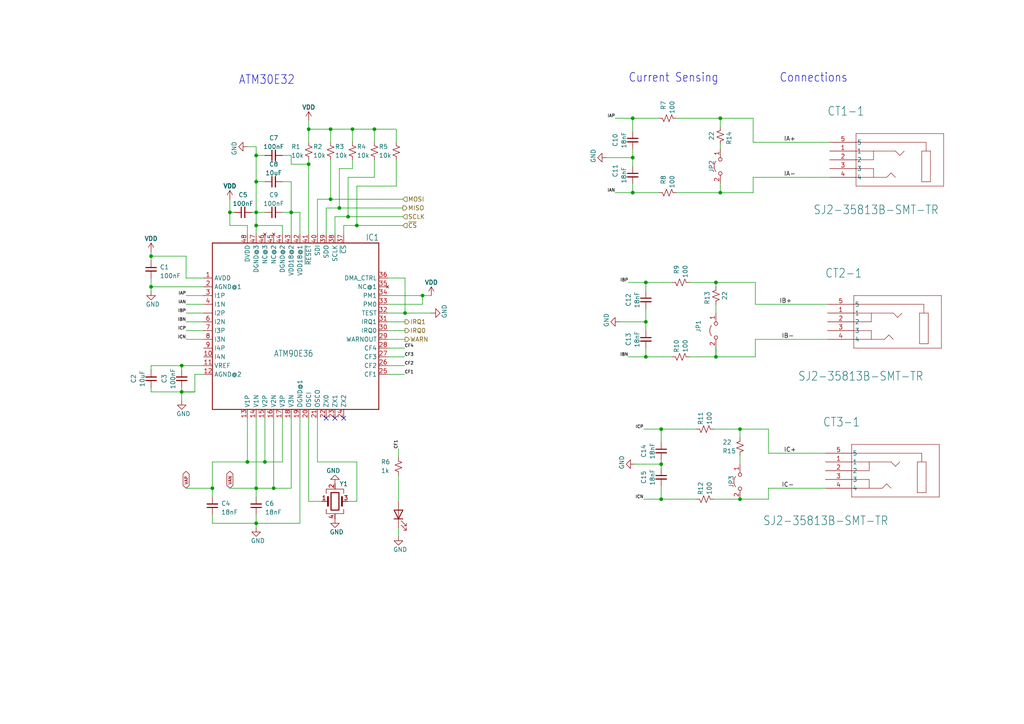
<source format=kicad_sch>
(kicad_sch (version 20230121) (generator eeschema)
  (paper "A4")
  (junction (at 122.555 85.725))
  (junction (at 191.77 124.46))
  (junction (at 71.755 133.985))
  (junction (at 103.505 65.405))
  (junction (at 89.535 47.625))
  (junction (at 74.295 141.605))
  (junction (at 98.425 60.325))
  (junction (at 95.885 57.785))
  (junction (at 207.645 103.505))
  (junction (at 207.645 81.915))
  (junction (at 187.325 81.915))
  (junction (at 43.815 83.185))
  (junction (at 102.235 37.465))
  (junction (at 66.675 61.595))
  (junction (at 183.515 45.72))
  (junction (at 183.515 34.29))
  (junction (at 108.585 37.465))
  (junction (at 74.295 151.765))
  (junction (at 84.455 61.595))
  (junction (at 208.915 34.29))
  (junction (at 52.705 113.665))
  (junction (at 74.295 45.085))
  (junction (at 117.475 90.805))
  (junction (at 208.915 55.88))
  (junction (at 191.77 144.78))
  (junction (at 191.77 134.62))
  (junction (at 52.705 106.045))
  (junction (at 61.595 141.605))
  (junction (at 214.63 144.78))
  (junction (at 187.325 93.345))
  (junction (at 214.63 124.46))
  (junction (at 74.295 52.705))
  (junction (at 183.515 55.88))
  (junction (at 100.965 62.865))
  (junction (at 95.885 37.465))
  (junction (at 89.535 37.465))
  (junction (at 79.375 141.605))
  (junction (at 76.835 133.985))
  (junction (at 43.815 74.295))
  (junction (at 74.295 65.405))
  (junction (at 187.325 103.505))
  (junction (at 74.295 61.595))
  (no_connect (at 99.695 121.285))
  (no_connect (at 97.155 121.285))
  (no_connect (at 94.615 121.285))
  (wire (pts (xy 191.77 144.78) (xy 186.69 144.78)) (stroke (width 0.1524)))
  (wire (pts (xy 79.375 141.605) (xy 84.455 141.605)) (stroke (width 0.1524)))
  (wire (pts (xy 61.595 144.145) (xy 61.595 141.605)) (stroke (width 0.1524)))
  (wire (pts (xy 192.405 81.915) (xy 187.325 81.915)) (stroke (width 0.1524)))
  (wire (pts (xy 184.15 134.62) (xy 191.77 134.62)) (stroke (width 0.1524)))
  (wire (pts (xy 59.055 95.885) (xy 53.975 95.885)) (stroke (width 0.1524)))
  (wire (pts (xy 103.505 55.245) (xy 103.505 65.405)) (stroke (width 0.1524)))
  (wire (pts (xy 112.395 90.805) (xy 117.475 90.805)) (stroke (width 0.1524)))
  (wire (pts (xy 219.075 98.425) (xy 219.075 103.505)))
  (wire (pts (xy 71.755 42.545) (xy 74.295 42.545)))
  (wire (pts (xy 66.675 61.595) (xy 67.945 61.595)))
  (wire (pts (xy 239.395 131.445) (xy 234.315 131.445)) (stroke (width 0.1524)))
  (wire (pts (xy 187.325 93.345) (xy 187.325 89.535)))
  (wire (pts (xy 74.295 45.085) (xy 74.295 52.705)) (stroke (width 0.1524)))
  (wire (pts (xy 102.235 37.465) (xy 102.235 41.275)))
  (wire (pts (xy 102.235 46.355) (xy 102.235 48.895)))
  (wire (pts (xy 240.03 98.425) (xy 235.585 98.425)) (stroke (width 0.1524)))
  (wire (pts (xy 202.565 81.915) (xy 200.025 81.915)))
  (wire (pts (xy 84.455 47.625) (xy 89.535 47.625)) (stroke (width 0.1524)))
  (wire (pts (xy 194.945 103.505) (xy 192.405 103.505)))
  (wire (pts (xy 222.885 141.605) (xy 222.885 144.78)))
  (wire (pts (xy 114.935 37.465) (xy 108.585 37.465)))
  (wire (pts (xy 115.57 132.715) (xy 115.57 130.175)) (stroke (width 0.1524)))
  (wire (pts (xy 202.565 81.915) (xy 207.645 81.915)) (stroke (width 0.1524)))
  (wire (pts (xy 199.39 124.46) (xy 201.93 124.46)))
  (wire (pts (xy 222.885 124.46) (xy 217.17 124.46)))
  (wire (pts (xy 191.77 124.46) (xy 186.69 124.46)) (stroke (width 0.1524)))
  (wire (pts (xy 103.505 55.245) (xy 103.505 53.975)))
  (wire (pts (xy 66.675 65.405) (xy 71.755 65.405)) (stroke (width 0.1524)))
  (wire (pts (xy 115.57 137.795) (xy 115.57 142.875)))
  (wire (pts (xy 112.395 85.725) (xy 122.555 85.725)) (stroke (width 0.1524)))
  (wire (pts (xy 187.325 93.345) (xy 187.325 95.885)))
  (wire (pts (xy 208.915 34.29) (xy 208.915 36.83)))
  (wire (pts (xy 84.455 45.085) (xy 84.455 47.625)) (stroke (width 0.1524)))
  (wire (pts (xy 239.395 141.605) (xy 234.315 141.605)) (stroke (width 0.1524)))
  (wire (pts (xy 94.615 67.945) (xy 94.615 60.325)) (stroke (width 0.1524)))
  (wire (pts (xy 89.535 34.925) (xy 89.535 37.465)))
  (wire (pts (xy 56.515 108.585) (xy 56.515 113.665)) (stroke (width 0.1524)))
  (wire (pts (xy 183.515 34.29) (xy 183.515 38.1)) (stroke (width 0.1524)))
  (wire (pts (xy 114.935 46.355) (xy 114.935 53.975)))
  (wire (pts (xy 76.835 52.705) (xy 74.295 52.705)) (stroke (width 0.1524)))
  (wire (pts (xy 100.965 62.865) (xy 109.855 62.865)) (stroke (width 0.1524)))
  (wire (pts (xy 182.245 103.505) (xy 187.325 103.505)) (stroke (width 0.1524)))
  (wire (pts (xy 95.885 37.465) (xy 102.235 37.465)) (stroke (width 0.1524)))
  (wire (pts (xy 74.295 149.225) (xy 74.295 151.765)))
  (wire (pts (xy 115.57 142.875) (xy 115.57 145.415)) (stroke (width 0.1524)))
  (wire (pts (xy 202.565 103.505) (xy 207.645 103.505)) (stroke (width 0.1524)))
  (wire (pts (xy 112.395 98.425) (xy 117.475 98.425)) (stroke (width 0.1524)))
  (wire (pts (xy 108.585 41.275) (xy 108.585 37.465)))
  (wire (pts (xy 97.155 67.945) (xy 97.155 62.865)) (stroke (width 0.1524)))
  (wire (pts (xy 84.455 61.595) (xy 84.455 67.945)) (stroke (width 0.1524)))
  (wire (pts (xy 61.595 149.225) (xy 61.595 151.765)))
  (wire (pts (xy 74.295 65.405) (xy 81.915 65.405)) (stroke (width 0.1524)))
  (wire (pts (xy 74.295 61.595) (xy 74.295 65.405)) (stroke (width 0.1524)))
  (wire (pts (xy 97.155 62.865) (xy 100.965 62.865)) (stroke (width 0.1524)))
  (wire (pts (xy 207.01 144.78) (xy 214.63 144.78)))
  (wire (pts (xy 191.77 127) (xy 191.77 124.46)) (stroke (width 0.1524)))
  (wire (pts (xy 76.835 61.595) (xy 74.295 61.595)) (stroke (width 0.1524)))
  (wire (pts (xy 115.57 153.035) (xy 115.57 155.575)) (stroke (width 0.1524)))
  (wire (pts (xy 191.77 144.78) (xy 199.39 144.78)) (stroke (width 0.1524)))
  (wire (pts (xy 59.055 85.725) (xy 53.975 85.725)) (stroke (width 0.1524)))
  (wire (pts (xy 207.645 103.505) (xy 210.185 103.505)) (stroke (width 0.1524)))
  (wire (pts (xy 81.915 121.285) (xy 81.915 133.985)) (stroke (width 0.1524)))
  (wire (pts (xy 214.63 124.46) (xy 214.63 127)))
  (wire (pts (xy 74.295 151.765) (xy 86.995 151.765)) (stroke (width 0.1524)))
  (wire (pts (xy 89.535 47.625) (xy 89.535 67.945)) (stroke (width 0.1524)))
  (wire (pts (xy 100.965 51.435) (xy 108.585 51.435)))
  (wire (pts (xy 187.325 103.505) (xy 192.405 103.505)) (stroke (width 0.1524)))
  (wire (pts (xy 196.215 55.88) (xy 208.915 55.88)))
  (wire (pts (xy 175.895 45.72) (xy 183.515 45.72)) (stroke (width 0.1524)))
  (wire (pts (xy 207.645 90.805) (xy 207.645 88.265)))
  (wire (pts (xy 178.435 55.88) (xy 183.515 55.88)) (stroke (width 0.1524)))
  (wire (pts (xy 208.915 41.91) (xy 208.915 43.18)))
  (wire (pts (xy 234.315 131.445) (xy 222.885 131.445)))
  (wire (pts (xy 76.835 133.985) (xy 81.915 133.985)) (stroke (width 0.1524)))
  (wire (pts (xy 61.595 151.765) (xy 74.295 151.765)) (stroke (width 0.1524)))
  (wire (pts (xy 218.44 51.435) (xy 218.44 55.88)))
  (wire (pts (xy 112.395 100.965) (xy 117.3226 100.965)) (stroke (width 0.1524)))
  (wire (pts (xy 208.915 55.88) (xy 218.44 55.88)))
  (wire (pts (xy 52.705 113.665) (xy 56.515 113.665)) (stroke (width 0.1524)))
  (wire (pts (xy 53.975 80.645) (xy 59.055 80.645)))
  (wire (pts (xy 240.03 88.265) (xy 235.585 88.265)) (stroke (width 0.1524)))
  (wire (pts (xy 43.815 106.045) (xy 52.705 106.045)))
  (wire (pts (xy 95.885 57.785) (xy 109.855 57.785)) (stroke (width 0.1524)))
  (wire (pts (xy 53.975 74.295) (xy 53.975 80.645)))
  (wire (pts (xy 66.675 141.605) (xy 74.295 141.605)) (stroke (width 0.1524)))
  (wire (pts (xy 219.075 103.505) (xy 210.185 103.505)))
  (wire (pts (xy 112.395 93.345) (xy 117.475 93.345)) (stroke (width 0.1524)))
  (wire (pts (xy 43.815 74.295) (xy 43.815 75.565)))
  (wire (pts (xy 81.915 65.405) (xy 81.915 67.945)) (stroke (width 0.1524)))
  (wire (pts (xy 95.885 55.245) (xy 95.885 57.785)) (stroke (width 0.1524)))
  (wire (pts (xy 52.705 113.665) (xy 52.705 116.205)) (stroke (width 0.1524)))
  (wire (pts (xy 43.815 73.025) (xy 43.815 74.295)))
  (wire (pts (xy 183.515 55.88) (xy 188.595 55.88)) (stroke (width 0.1524)))
  (wire (pts (xy 183.515 34.29) (xy 188.595 34.29)) (stroke (width 0.1524)))
  (wire (pts (xy 94.615 60.325) (xy 98.425 60.325)) (stroke (width 0.1524)))
  (wire (pts (xy 43.815 113.665) (xy 43.815 112.395)))
  (wire (pts (xy 89.535 145.415) (xy 93.345 145.415)))
  (wire (pts (xy 108.585 37.465) (xy 103.505 37.465)))
  (wire (pts (xy 191.135 55.88) (xy 188.595 55.88)))
  (wire (pts (xy 191.77 134.62) (xy 191.77 135.89)))
  (wire (pts (xy 207.645 81.915) (xy 207.645 83.185)) (stroke (width 0.1524)))
  (wire (pts (xy 53.975 141.605) (xy 61.595 141.605)) (stroke (width 0.1524)))
  (wire (pts (xy 214.63 144.78) (xy 222.885 144.78)))
  (wire (pts (xy 222.885 131.445) (xy 222.885 124.46)))
  (wire (pts (xy 61.595 141.605) (xy 61.595 133.985)) (stroke (width 0.1524)))
  (wire (pts (xy 183.515 48.26) (xy 183.515 45.72)))
  (wire (pts (xy 76.835 45.085) (xy 74.295 45.085)) (stroke (width 0.1524)))
  (wire (pts (xy 102.235 37.465) (xy 103.505 37.465)) (stroke (width 0.1524)))
  (wire (pts (xy 86.995 121.285) (xy 86.995 151.765)) (stroke (width 0.1524)))
  (wire (pts (xy 102.235 48.895) (xy 98.425 48.895)))
  (wire (pts (xy 234.315 141.605) (xy 222.885 141.605)))
  (wire (pts (xy 43.815 83.185) (xy 43.815 84.455)))
  (wire (pts (xy 52.705 113.665) (xy 43.815 113.665)))
  (wire (pts (xy 52.705 106.045) (xy 59.055 106.045)))
  (wire (pts (xy 112.395 103.505) (xy 117.3226 103.505)) (stroke (width 0.1524)))
  (wire (pts (xy 191.77 127) (xy 191.77 128.27)))
  (wire (pts (xy 214.63 132.08) (xy 214.63 134.62)))
  (wire (pts (xy 187.325 83.185) (xy 187.325 84.455)))
  (wire (pts (xy 194.945 81.915) (xy 192.405 81.915)))
  (wire (pts (xy 74.295 52.705) (xy 74.295 61.595)) (stroke (width 0.1524)))
  (wire (pts (xy 74.295 153.035) (xy 74.295 151.765)))
  (wire (pts (xy 79.375 141.605) (xy 79.375 121.285)) (stroke (width 0.1524)))
  (wire (pts (xy 43.815 80.645) (xy 43.815 83.185)))
  (wire (pts (xy 103.505 65.405) (xy 109.855 65.405)) (stroke (width 0.1524)))
  (wire (pts (xy 207.01 124.46) (xy 209.55 124.46)))
  (wire (pts (xy 73.025 61.595) (xy 74.295 61.595)))
  (wire (pts (xy 109.855 60.325) (xy 116.84 60.325)))
  (wire (pts (xy 218.44 41.275) (xy 218.44 34.29)))
  (wire (pts (xy 209.55 124.46) (xy 214.63 124.46)) (stroke (width 0.1524)))
  (wire (pts (xy 191.77 124.46) (xy 199.39 124.46)) (stroke (width 0.1524)))
  (wire (pts (xy 71.755 121.285) (xy 71.755 133.985)) (stroke (width 0.1524)))
  (wire (pts (xy 95.885 46.355) (xy 95.885 55.245)))
  (wire (pts (xy 112.395 95.885) (xy 117.475 95.885)) (stroke (width 0.1524)))
  (wire (pts (xy 112.395 80.645) (xy 117.475 80.645)) (stroke (width 0.1524)))
  (wire (pts (xy 66.675 61.595) (xy 66.675 65.405)) (stroke (width 0.1524)))
  (wire (pts (xy 183.515 45.72) (xy 183.515 43.18)))
  (wire (pts (xy 99.695 67.945) (xy 99.695 65.405)) (stroke (width 0.1524)))
  (wire (pts (xy 84.455 61.595) (xy 86.995 61.595)) (stroke (width 0.1524)))
  (wire (pts (xy 218.44 34.29) (xy 211.455 34.29)))
  (wire (pts (xy 108.585 46.355) (xy 108.585 51.435)))
  (wire (pts (xy 235.585 51.435) (xy 218.44 51.435)))
  (wire (pts (xy 207.645 81.915) (xy 210.185 81.915)) (stroke (width 0.1524)))
  (wire (pts (xy 240.665 41.275) (xy 235.585 41.275)) (stroke (width 0.1524)))
  (wire (pts (xy 112.395 88.265) (xy 122.555 88.265)) (stroke (width 0.1524)))
  (wire (pts (xy 92.075 67.945) (xy 92.075 57.785)) (stroke (width 0.1524)))
  (wire (pts (xy 207.645 103.505) (xy 207.645 100.965)) (stroke (width 0.1524)))
  (wire (pts (xy 59.055 98.425) (xy 53.975 98.425)) (stroke (width 0.1524)))
  (wire (pts (xy 183.515 53.34) (xy 183.515 55.88)))
  (wire (pts (xy 109.855 65.405) (xy 116.84 65.405)))
  (wire (pts (xy 89.535 37.465) (xy 89.535 41.275)))
  (wire (pts (xy 122.555 85.725) (xy 125.095 85.725)) (stroke (width 0.1524)))
  (wire (pts (xy 240.665 51.435) (xy 235.585 51.435)) (stroke (width 0.1524)))
  (wire (pts (xy 98.425 48.895) (xy 98.425 55.245)))
  (wire (pts (xy 109.855 57.785) (xy 116.84 57.785)))
  (wire (pts (xy 92.075 57.785) (xy 95.885 57.785)) (stroke (width 0.1524)))
  (wire (pts (xy 56.515 108.585) (xy 59.055 108.585)) (stroke (width 0.1524)))
  (wire (pts (xy 52.705 113.665) (xy 56.515 113.665)))
  (wire (pts (xy 76.835 121.285) (xy 76.835 133.985)) (stroke (width 0.1524)))
  (wire (pts (xy 52.705 107.315) (xy 52.705 106.045)))
  (wire (pts (xy 178.435 34.29) (xy 183.515 34.29)) (stroke (width 0.1524)))
  (wire (pts (xy 61.595 133.985) (xy 71.755 133.985)) (stroke (width 0.1524)))
  (wire (pts (xy 122.555 88.265) (xy 122.555 85.725)) (stroke (width 0.1524)))
  (wire (pts (xy 191.77 140.97) (xy 191.77 142.24)))
  (wire (pts (xy 66.675 57.785) (xy 66.675 61.595)) (stroke (width 0.1524)))
  (wire (pts (xy 203.835 34.29) (xy 208.915 34.29)) (stroke (width 0.1524)))
  (wire (pts (xy 89.535 47.619) (xy 89.535 47.625)) (stroke (width 0.1524)))
  (wire (pts (xy 43.815 83.185) (xy 59.055 83.185)))
  (wire (pts (xy 86.995 61.595) (xy 86.995 67.945)) (stroke (width 0.1524)))
  (wire (pts (xy 179.705 93.345) (xy 187.325 93.345)) (stroke (width 0.1524)))
  (wire (pts (xy 81.915 45.085) (xy 84.455 45.085)))
  (wire (pts (xy 43.815 106.045) (xy 43.815 107.315)))
  (wire (pts (xy 43.815 74.295) (xy 53.975 74.295)))
  (wire (pts (xy 191.77 144.78) (xy 191.77 142.24)) (stroke (width 0.1524)))
  (wire (pts (xy 89.535 46.355) (xy 89.535 47.625)))
  (wire (pts (xy 235.585 41.275) (xy 218.44 41.275)))
  (wire (pts (xy 117.475 90.805) (xy 125.095 90.805)) (stroke (width 0.1524)))
  (wire (pts (xy 214.63 124.46) (xy 217.17 124.46)) (stroke (width 0.1524)))
  (wire (pts (xy 235.585 98.425) (xy 219.075 98.425)))
  (wire (pts (xy 112.395 106.045) (xy 117.3226 106.045)) (stroke (width 0.1524)))
  (wire (pts (xy 71.755 65.405) (xy 71.755 67.945)) (stroke (width 0.1524)))
  (wire (pts (xy 52.705 112.395) (xy 52.705 113.665)))
  (wire (pts (xy 59.055 93.345) (xy 53.975 93.345)) (stroke (width 0.1524)))
  (wire (pts (xy 89.535 37.465) (xy 95.885 37.465)) (stroke (width 0.1524)))
  (wire (pts (xy 84.455 52.705) (xy 84.455 61.595)))
  (wire (pts (xy 117.475 80.645) (xy 117.475 90.805)) (stroke (width 0.1524)))
  (wire (pts (xy 81.915 61.595) (xy 84.455 61.595)))
  (wire (pts (xy 187.325 81.915) (xy 187.325 83.185)) (stroke (width 0.1524)))
  (wire (pts (xy 81.915 52.705) (xy 84.455 52.705)))
  (wire (pts (xy 71.755 133.985) (xy 76.835 133.985)) (stroke (width 0.1524)))
  (wire (pts (xy 103.505 53.975) (xy 114.935 53.975)))
  (wire (pts (xy 199.39 144.78) (xy 201.93 144.78)))
  (wire (pts (xy 98.425 55.245) (xy 98.425 60.325)) (stroke (width 0.1524)))
  (wire (pts (xy 74.295 67.945) (xy 74.295 65.405)) (stroke (width 0.1524)))
  (wire (pts (xy 187.325 103.505) (xy 187.325 100.965)) (stroke (width 0.1524)))
  (wire (pts (xy 208.915 53.34) (xy 208.915 55.88)))
  (wire (pts (xy 219.075 81.915) (xy 210.185 81.915)))
  (wire (pts (xy 196.215 34.29) (xy 203.835 34.29)))
  (wire (pts (xy 100.965 55.245) (xy 100.965 51.435)))
  (wire (pts (xy 59.055 88.265) (xy 53.975 88.265)) (stroke (width 0.1524)))
  (wire (pts (xy 191.135 34.29) (xy 188.595 34.29)))
  (wire (pts (xy 219.075 88.265) (xy 219.075 81.915)))
  (wire (pts (xy 235.585 88.265) (xy 219.075 88.265)))
  (wire (pts (xy 59.055 90.805) (xy 53.975 90.805)) (stroke (width 0.1524)))
  (wire (pts (xy 100.965 55.245) (xy 100.965 62.865)) (stroke (width 0.1524)))
  (wire (pts (xy 74.295 121.285) (xy 74.295 141.605)) (stroke (width 0.1524)))
  (wire (pts (xy 74.295 141.605) (xy 79.375 141.605)) (stroke (width 0.1524)))
  (wire (pts (xy 95.885 37.465) (xy 95.885 41.275)))
  (wire (pts (xy 98.425 60.325) (xy 109.855 60.325)) (stroke (width 0.1524)))
  (wire (pts (xy 99.695 65.405) (xy 103.505 65.405)) (stroke (width 0.1524)))
  (wire (pts (xy 100.965 145.415) (xy 103.505 145.415)))
  (wire (pts (xy 202.565 103.505) (xy 200.025 103.505)))
  (wire (pts (xy 208.915 34.29) (xy 211.455 34.29)) (stroke (width 0.1524)))
  (wire (pts (xy 103.505 145.415) (xy 103.505 133.985)))
  (wire (pts (xy 112.395 108.585) (xy 117.3226 108.585)) (stroke (width 0.1524)))
  (wire (pts (xy 114.935 41.275) (xy 114.935 37.465)))
  (wire (pts (xy 74.295 141.605) (xy 74.295 144.145)) (stroke (width 0.1524)))
  (wire (pts (xy 103.505 133.985) (xy 92.075 133.985)))
  (wire (pts (xy 74.295 45.085) (xy 74.295 42.545)) (stroke (width 0.1524)))
  (wire (pts (xy 89.535 121.285) (xy 89.535 145.415)))
  (wire (pts (xy 84.455 141.605) (xy 84.455 121.285)) (stroke (width 0.1524)))
  (wire (pts (xy 109.855 62.865) (xy 116.84 62.865)))
  (wire (pts (xy 187.325 81.915) (xy 182.245 81.915)) (stroke (width 0.1524)))
  (wire (pts (xy 207.645 103.505) (xy 207.645 100.965)))
  (wire (pts (xy 92.075 133.985) (xy 92.075 121.285)))
  (wire (pts (xy 191.77 133.35) (xy 191.77 134.62)))
  (text "Current Sensing" (at 182.245 24.13 0) (effects (font (size 2.54 2.159)) (justify left bottom)))
  (text "Connections" (at 226.06 24.13 0) (effects (font (size 2.54 2.159)) (justify left bottom)))
  (text "ATM30E32" (at 69.215 24.765 0) (effects (font (size 2.54 2.159)) (justify left bottom)))
  (label "IA-" (at 227.33 51.435 0))
  (label "IAN" (at 53.975 88.265 180) (effects (font (size 0.889 0.889))))
  (label "IC-" (at 226.695 141.605 0))
  (label "CF2" (at 117.3226 106.045 0) (effects (font (size 0.889 0.889))))
  (label "IA+" (at 227.33 41.275 0))
  (label "ICN" (at 186.69 144.78 180) (effects (font (size 0.889 0.889))))
  (label "CF3" (at 117.3226 103.505 0) (effects (font (size 0.889 0.889))))
  (label "IBP" (at 53.975 90.805 180) (effects (font (size 0.889 0.889))))
  (label "IAP" (at 53.975 85.725 180) (effects (font (size 0.889 0.889))))
  (label "IB+" (at 226.06 88.265 0))
  (label "CF1" (at 115.57 130.175 90) (effects (font (size 0.889 0.889))))
  (label "IB-" (at 226.695 98.425 0))
  (label "CF4" (at 117.3226 100.965 0) (effects (font (size 0.889 0.889))))
  (label "ICP" (at 53.975 95.885 180) (effects (font (size 0.889 0.889))))
  (label "IAP" (at 178.435 34.29 180) (effects (font (size 0.889 0.889))))
  (label "IC+" (at 227.33 131.445 0))
  (label "IAN" (at 178.435 55.88 180) (effects (font (size 0.889 0.889))))
  (label "IBN" (at 53.975 93.345 180) (effects (font (size 0.889 0.889))))
  (label "CF1" (at 117.3226 108.585 0) (effects (font (size 0.889 0.889))))
  (label "IBP" (at 182.245 81.915 180) (effects (font (size 0.889 0.889))))
  (label "ICN" (at 53.975 98.425 180) (effects (font (size 0.889 0.889))))
  (label "ICP" (at 186.69 124.46 180) (effects (font (size 0.889 0.889))))
  (label "IBN" (at 182.245 103.505 180) (effects (font (size 0.889 0.889))))
  (global_label "VAN" (shape bidirectional) (at 66.675 141.605 90) (effects (font (size 0.889 0.889))) (property "Intersheetrefs" "${INTERSHEET_REFS}" (effects hide)))
  (global_label "VAP" (shape bidirectional) (at 53.975 141.605 90) (effects (font (size 0.889 0.889))) (property "Intersheetrefs" "${INTERSHEET_REFS}" (effects hide)))
  (hierarchical_label "MISO" (shape output) (at 116.84 60.325 0))
  (hierarchical_label "SCLK" (shape input) (at 116.84 62.865 0))
  (hierarchical_label "WARN" (shape output) (at 117.475 98.425 0))
  (hierarchical_label "MOSI" (shape input) (at 116.84 57.785 0))
  (hierarchical_label "IRQ1" (shape output) (at 117.475 93.345 0))
  (hierarchical_label "IRQ0" (shape output) (at 117.475 95.885 0))
  (hierarchical_label "~{CS}" (shape input) (at 116.84 65.405 0))
  (symbol (lib_id "Device:C_Small") (at 61.595 146.685 180) (unit 1)
    (property "Reference" "C4" (at 64.135 146.0436 0) (effects (justify right)))
    (property "Value" "18nF" (at 64.135 148.5836 0) (effects (justify right)))
    (property "Footprint" "Capacitor_SMD:C_0603_1608Metric" (effects hide))
    (property "Manufacturer" "Walsin Technology Corporation" (effects hide))
    (property "Manufacturer P/N" "0603B183K500CT" (effects hide))
    (property "Supplier" "Digikey" (effects hide))
    (property "Supplier P/N" "1292-1405-1-ND" (effects hide))
    (instances (project "24_channel_esp32_energy_meter" (path "" (reference "C4") (unit 1)) (path "" (reference "C28") (unit 1)) (path "" (reference "C43") (unit 1)) (path "" (reference "C58") (unit 1)) (path "" (reference "C73") (unit 1)) (path "" (reference "C88") (unit 1)) (path "" (reference "C103") (unit 1)) (path "" (reference "C118") (unit 1))))
  )
  (symbol (lib_id "Device:R_Small_US") (at 197.485 103.505 90) (mirror x) (unit 1)
    (property "Reference" "R10" (at 196.215 98.425 0) (effects (justify left)))
    (property "Value" "100" (at 198.755 98.425 0) (effects (justify left)))
    (property "Footprint" "Resistor_SMD:R_0603_1608Metric" (effects hide))
    (property "Manufacturer" "Walsin Technology Corporation" (effects hide))
    (property "Manufacturer P/N" "WR06X1000FTL" (effects hide))
    (property "Supplier" "Digikey" (effects hide))
    (property "Supplier P/N" "1292-WR06X1000FTLCT-ND" (effects hide))
    (instances (project "24_channel_esp32_energy_meter" (path "" (reference "R10") (unit 1)) (path "" (reference "R34") (unit 1)) (path "" (reference "R49") (unit 1)) (path "" (reference "R64") (unit 1)) (path "" (reference "R79") (unit 1)) (path "" (reference "R94") (unit 1)) (path "" (reference "R109") (unit 1)) (path "" (reference "R124") (unit 1))))
  )
  (symbol (lib_id "power:GND") (at 52.705 116.205 0) (unit 1)
    (property "Reference" "#PWR03" (effects hide))
    (property "Value" "GND" (at 55.245 120.015 0) (effects (justify right)))
    (instances (project "24_channel_esp32_energy_meter" (path "" (reference "#PWR03") (unit 1)) (path "" (reference "#PWR036") (unit 1)) (path "" (reference "#PWR051") (unit 1)) (path "" (reference "#PWR066") (unit 1)) (path "" (reference "#PWR081") (unit 1)) (path "" (reference "#PWR096") (unit 1)) (path "" (reference "#PWR0111") (unit 1)) (path "" (reference "#PWR0126") (unit 1))))
  )
  (symbol (lib_id "Device:Crystal_GND24") (at 97.155 145.415 0) (unit 1)
    (property "Reference" "Y1" (at 99.695 140.335 0))
    (property "Value" "Crystal_GND24" (effects hide))
    (property "Footprint" "Crystal:Crystal_SMD_3225-4Pin_3.2x2.5mm" (effects hide))
    (property "Supplier" "LCSC" (effects hide))
    (property "Supplier P/N" "C725694" (effects hide))
    (property "Manufacturer" "JGHC" (effects hide))
    (property "Manufacturer P/N" "S3216384102040" (effects hide))
    (instances (project "24_channel_esp32_energy_meter" (path "" (reference "Y1") (unit 1)) (path "" (reference "Y2") (unit 1)) (path "" (reference "Y3") (unit 1)) (path "" (reference "Y4") (unit 1)) (path "" (reference "Y5") (unit 1)) (path "" (reference "Y6") (unit 1)) (path "" (reference "Y7") (unit 1)) (path "" (reference "Y8") (unit 1))))
  )
  (symbol (lib_id "power:GND") (at 97.155 150.495 0) (unit 1)
    (property "Reference" "#PWR09" (effects hide))
    (property "Value" "GND" (at 99.695 154.305 0) (effects (justify right)))
    (instances (project "24_channel_esp32_energy_meter" (path "" (reference "#PWR09") (unit 1)) (path "" (reference "#PWR042") (unit 1)) (path "" (reference "#PWR057") (unit 1)) (path "" (reference "#PWR072") (unit 1)) (path "" (reference "#PWR087") (unit 1)) (path "" (reference "#PWR0102") (unit 1)) (path "" (reference "#PWR0117") (unit 1)) (path "" (reference "#PWR0132") (unit 1))))
  )
  (symbol (lib_id "power:GND") (at 175.895 45.72 270) (mirror x) (unit 1)
    (property "Reference" "#PWR013" (effects hide))
    (property "Value" "GND" (at 172.085 43.18 0) (effects (justify right)))
    (instances (project "24_channel_esp32_energy_meter" (path "" (reference "#PWR013") (unit 1)) (path "" (reference "#PWR046") (unit 1)) (path "" (reference "#PWR061") (unit 1)) (path "" (reference "#PWR076") (unit 1)) (path "" (reference "#PWR091") (unit 1)) (path "" (reference "#PWR0106") (unit 1)) (path "" (reference "#PWR0121") (unit 1)) (path "" (reference "#PWR0136") (unit 1))))
  )
  (symbol (lib_id "Device:C_Small") (at 52.705 109.855 180) (unit 1)
    (property "Reference" "C3" (at 47.625 109.8487 90))
    (property "Value" "100nF" (at 50.165 109.8487 90))
    (property "Footprint" "Capacitor_SMD:C_0603_1608Metric" (effects hide))
    (property "Manufacturer" "Samsung Electro-Mechanics" (effects hide))
    (property "Manufacturer P/N" "CL10B104KB8NNWC" (effects hide))
    (property "Supplier" "Digikey" (effects hide))
    (property "Supplier P/N" "1276-1935-1-ND" (effects hide))
    (instances (project "24_channel_esp32_energy_meter" (path "" (reference "C3") (unit 1)) (path "" (reference "C27") (unit 1)) (path "" (reference "C42") (unit 1)) (path "" (reference "C57") (unit 1)) (path "" (reference "C72") (unit 1)) (path "" (reference "C87") (unit 1)) (path "" (reference "C102") (unit 1)) (path "" (reference "C117") (unit 1))))
  )
  (symbol (lib_id "Device:R_Small_US") (at 108.585 43.815 0) (unit 1)
    (property "Reference" "R4" (at 103.505 42.545 0) (effects (justify left)))
    (property "Value" "10k" (at 103.505 45.085 0) (effects (justify left)))
    (property "Footprint" "Resistor_SMD:R_0603_1608Metric" (effects hide))
    (property "Manufacturer" "Stackpole Electronics Inc" (effects hide))
    (property "Manufacturer P/N" "RMCF0603FT10K0" (effects hide))
    (property "Supplier" "Digikey" (effects hide))
    (property "Supplier P/N" "RMCF0603FT10K0CT-ND" (effects hide))
    (instances (project "24_channel_esp32_energy_meter" (path "" (reference "R4") (unit 1)) (path "" (reference "R28") (unit 1)) (path "" (reference "R43") (unit 1)) (path "" (reference "R58") (unit 1)) (path "" (reference "R73") (unit 1)) (path "" (reference "R88") (unit 1)) (path "" (reference "R103") (unit 1)) (path "" (reference "R118") (unit 1))))
  )
  (symbol (lib_id "Device:C_Small") (at 70.485 61.595 90) (unit 1)
    (property "Reference" "C5" (at 70.4913 56.515 90))
    (property "Value" "100nF" (at 70.4913 59.055 90))
    (property "Footprint" "Capacitor_SMD:C_0603_1608Metric" (effects hide))
    (property "Manufacturer" "Samsung Electro-Mechanics" (effects hide))
    (property "Manufacturer P/N" "CL10B104KB8NNWC" (effects hide))
    (property "Supplier" "Digikey" (effects hide))
    (property "Supplier P/N" "1276-1935-1-ND" (effects hide))
    (instances (project "24_channel_esp32_energy_meter" (path "" (reference "C5") (unit 1)) (path "" (reference "C29") (unit 1)) (path "" (reference "C44") (unit 1)) (path "" (reference "C59") (unit 1)) (path "" (reference "C74") (unit 1)) (path "" (reference "C89") (unit 1)) (path "" (reference "C104") (unit 1)) (path "" (reference "C119") (unit 1))))
  )
  (symbol (lib_id "Device:C_Small") (at 74.295 146.685 180) (unit 1)
    (property "Reference" "C6" (at 76.835 146.0436 0) (effects (justify right)))
    (property "Value" "18nF" (at 76.835 148.5836 0) (effects (justify right)))
    (property "Footprint" "Capacitor_SMD:C_0603_1608Metric" (effects hide))
    (property "Manufacturer" "Walsin Technology Corporation" (effects hide))
    (property "Manufacturer P/N" "0603B183K500CT" (effects hide))
    (property "Supplier" "Digikey" (effects hide))
    (property "Supplier P/N" "1292-1405-1-ND" (effects hide))
    (instances (project "24_channel_esp32_energy_meter" (path "" (reference "C6") (unit 1)) (path "" (reference "C30") (unit 1)) (path "" (reference "C45") (unit 1)) (path "" (reference "C60") (unit 1)) (path "" (reference "C75") (unit 1)) (path "" (reference "C90") (unit 1)) (path "" (reference "C105") (unit 1)) (path "" (reference "C120") (unit 1))))
  )
  (symbol (lib_id "Jumper:Jumper_2_Open") (at 207.645 95.885 90) (mirror x) (unit 1) (in_bom no)
    (property "Reference" "JP1" (at 202.565 94.615 0))
    (property "Value" "Jumper_2_Open" (effects hide))
    (property "Footprint" "Jumper:SolderJumper-2_P1.3mm_Open_RoundedPad1.0x1.5mm" (effects hide))
    (instances (project "24_channel_esp32_energy_meter" (path "" (reference "JP1") (unit 1)) (path "" (reference "JP6") (unit 1)) (path "" (reference "JP9") (unit 1)) (path "" (reference "JP12") (unit 1)) (path "" (reference "JP15") (unit 1)) (path "" (reference "JP18") (unit 1)) (path "" (reference "JP21") (unit 1)) (path "" (reference "JP24") (unit 1))))
  )
  (symbol (lib_id "power:VDD") (at 125.095 85.725 0) (unit 1)
    (property "Reference" "#PWR011" (effects hide))
    (property "Value" "VDD" (at 125.095 81.915 0) (effects (font bold)))
    (instances (project "24_channel_esp32_energy_meter" (path "" (reference "#PWR011") (unit 1)) (path "" (reference "#PWR044") (unit 1)) (path "" (reference "#PWR059") (unit 1)) (path "" (reference "#PWR074") (unit 1)) (path "" (reference "#PWR089") (unit 1)) (path "" (reference "#PWR0104") (unit 1)) (path "" (reference "#PWR0119") (unit 1)) (path "" (reference "#PWR0134") (unit 1))))
  )
  (symbol (lib_id "Device:C_Small") (at 191.77 130.81 0) (mirror y) (unit 1)
    (property "Reference" "C14" (at 186.69 130.8163 90))
    (property "Value" "18nF" (at 189.23 130.8163 90))
    (property "Footprint" "Capacitor_SMD:C_0603_1608Metric" (effects hide))
    (property "Manufacturer" "Walsin Technology Corporation" (effects hide))
    (property "Manufacturer P/N" "0603B183K500CT" (effects hide))
    (property "Supplier" "Digikey" (effects hide))
    (property "Supplier P/N" "1292-1405-1-ND" (effects hide))
    (instances (project "24_channel_esp32_energy_meter" (path "" (reference "C14") (unit 1)) (path "" (reference "C38") (unit 1)) (path "" (reference "C53") (unit 1)) (path "" (reference "C68") (unit 1)) (path "" (reference "C83") (unit 1)) (path "" (reference "C98") (unit 1)) (path "" (reference "C113") (unit 1)) (path "" (reference "C128") (unit 1))))
  )
  (symbol (lib_id "Device:R_Small_US") (at 95.885 43.815 0) (unit 1)
    (property "Reference" "R2" (at 90.805 42.545 0) (effects (justify left)))
    (property "Value" "10k" (at 90.805 45.085 0) (effects (justify left)))
    (property "Footprint" "Resistor_SMD:R_0603_1608Metric" (effects hide))
    (property "Manufacturer" "Stackpole Electronics Inc" (effects hide))
    (property "Manufacturer P/N" "RMCF0603FT10K0" (effects hide))
    (property "Supplier" "Digikey" (effects hide))
    (property "Supplier P/N" "RMCF0603FT10K0CT-ND" (effects hide))
    (instances (project "24_channel_esp32_energy_meter" (path "" (reference "R2") (unit 1)) (path "" (reference "R26") (unit 1)) (path "" (reference "R41") (unit 1)) (path "" (reference "R56") (unit 1)) (path "" (reference "R71") (unit 1)) (path "" (reference "R86") (unit 1)) (path "" (reference "R101") (unit 1)) (path "" (reference "R116") (unit 1))))
  )
  (symbol (lib_id "6_channel_esp32_energy_meter-eagle-import:ATM90E36") (at 86.995 93.345 0) (unit 1)
    (property "Reference" "IC1" (at 106.045 69.85 0) (effects (font (size 1.778 1.5113)) (justify left bottom)))
    (property "Value" "ATM90E36" (at 79.375 103.505 0) (effects (font (size 1.778 1.5113)) (justify left bottom)))
    (property "Footprint" "Package_QFP:LQFP-48_7x7mm_P0.5mm" (effects hide))
    (property "SPICEPREFIX" "X" (effects hide))
    (property "Manufacturer" "Microchip Technology" (effects hide))
    (property "Manufacturer P/N" "ATM90E36A-AU-Y" (effects hide))
    (property "Supplier" "Digikey" (effects hide))
    (property "Supplier P/N" "ATM90E36A-AU-Y-ND" (effects hide))
    (instances (project "24_channel_esp32_energy_meter" (path "" (reference "IC1") (unit 1)) (path "" (reference "IC2") (unit 1)) (path "" (reference "IC3") (unit 1)) (path "" (reference "IC4") (unit 1)) (path "" (reference "IC5") (unit 1)) (path "" (reference "IC6") (unit 1)) (path "" (reference "IC7") (unit 1)) (path "" (reference "IC8") (unit 1))))
  )
  (symbol (lib_id "Jumper:Jumper_2_Open") (at 208.915 48.26 90) (mirror x) (unit 1) (in_bom no)
    (property "Reference" "JP2" (at 206.375 48.26 0))
    (property "Value" "Jumper_2_Open" (effects hide))
    (property "Footprint" "Jumper:SolderJumper-2_P1.3mm_Open_RoundedPad1.0x1.5mm" (effects hide))
    (instances (project "24_channel_esp32_energy_meter" (path "" (reference "JP2") (unit 1)) (path "" (reference "JP7") (unit 1)) (path "" (reference "JP10") (unit 1)) (path "" (reference "JP13") (unit 1)) (path "" (reference "JP16") (unit 1)) (path "" (reference "JP19") (unit 1)) (path "" (reference "JP22") (unit 1)) (path "" (reference "JP25") (unit 1))))
  )
  (symbol (lib_id "power:GND") (at 43.815 84.455 0) (unit 1)
    (property "Reference" "#PWR02" (effects hide))
    (property "Value" "GND" (at 46.355 88.265 0) (effects (justify right)))
    (instances (project "24_channel_esp32_energy_meter" (path "" (reference "#PWR02") (unit 1)) (path "" (reference "#PWR035") (unit 1)) (path "" (reference "#PWR050") (unit 1)) (path "" (reference "#PWR065") (unit 1)) (path "" (reference "#PWR080") (unit 1)) (path "" (reference "#PWR095") (unit 1)) (path "" (reference "#PWR0110") (unit 1)) (path "" (reference "#PWR0125") (unit 1))))
  )
  (symbol (lib_id "Device:C_Small") (at 183.515 50.8 0) (mirror y) (unit 1)
    (property "Reference" "C11" (at 178.435 49.53 90))
    (property "Value" "18nF" (at 180.975 50.8063 90))
    (property "Footprint" "Capacitor_SMD:C_0603_1608Metric" (effects hide))
    (property "Manufacturer" "Walsin Technology Corporation" (effects hide))
    (property "Manufacturer P/N" "0603B183K500CT" (effects hide))
    (property "Supplier" "Digikey" (effects hide))
    (property "Supplier P/N" "1292-1405-1-ND" (effects hide))
    (instances (project "24_channel_esp32_energy_meter" (path "" (reference "C11") (unit 1)) (path "" (reference "C35") (unit 1)) (path "" (reference "C50") (unit 1)) (path "" (reference "C65") (unit 1)) (path "" (reference "C80") (unit 1)) (path "" (reference "C95") (unit 1)) (path "" (reference "C110") (unit 1)) (path "" (reference "C125") (unit 1))))
  )
  (symbol (lib_id "Device:C_Small") (at 191.77 138.43 0) (mirror y) (unit 1)
    (property "Reference" "C15" (at 186.69 138.4363 90))
    (property "Value" "18nF" (at 189.23 138.4363 90))
    (property "Footprint" "Capacitor_SMD:C_0603_1608Metric" (effects hide))
    (property "Manufacturer" "Walsin Technology Corporation" (effects hide))
    (property "Manufacturer P/N" "0603B183K500CT" (effects hide))
    (property "Supplier" "Digikey" (effects hide))
    (property "Supplier P/N" "1292-1405-1-ND" (effects hide))
    (instances (project "24_channel_esp32_energy_meter" (path "" (reference "C15") (unit 1)) (path "" (reference "C39") (unit 1)) (path "" (reference "C54") (unit 1)) (path "" (reference "C69") (unit 1)) (path "" (reference "C84") (unit 1)) (path "" (reference "C99") (unit 1)) (path "" (reference "C114") (unit 1)) (path "" (reference "C129") (unit 1))))
  )
  (symbol (lib_id "Device:C_Small") (at 79.375 45.085 90) (unit 1)
    (property "Reference" "C7" (at 79.3813 40.005 90))
    (property "Value" "100nF" (at 79.3813 42.545 90))
    (property "Footprint" "Capacitor_SMD:C_0603_1608Metric" (effects hide))
    (property "Manufacturer" "Samsung Electro-Mechanics" (effects hide))
    (property "Manufacturer P/N" "CL10B104KB8NNWC" (effects hide))
    (property "Supplier" "Digikey" (effects hide))
    (property "Supplier P/N" "1276-1935-1-ND" (effects hide))
    (instances (project "24_channel_esp32_energy_meter" (path "" (reference "C7") (unit 1)) (path "" (reference "C31") (unit 1)) (path "" (reference "C46") (unit 1)) (path "" (reference "C61") (unit 1)) (path "" (reference "C76") (unit 1)) (path "" (reference "C91") (unit 1)) (path "" (reference "C106") (unit 1)) (path "" (reference "C121") (unit 1))))
  )
  (symbol (lib_id "power:GND") (at 179.705 93.345 270) (mirror x) (unit 1)
    (property "Reference" "#PWR014" (effects hide))
    (property "Value" "GND" (at 175.895 90.805 0) (effects (justify right)))
    (instances (project "24_channel_esp32_energy_meter" (path "" (reference "#PWR014") (unit 1)) (path "" (reference "#PWR047") (unit 1)) (path "" (reference "#PWR062") (unit 1)) (path "" (reference "#PWR077") (unit 1)) (path "" (reference "#PWR092") (unit 1)) (path "" (reference "#PWR0107") (unit 1)) (path "" (reference "#PWR0122") (unit 1)) (path "" (reference "#PWR0137") (unit 1))))
  )
  (symbol (lib_id "Device:R_Small_US") (at 204.47 124.46 90) (mirror x) (unit 1)
    (property "Reference" "R11" (at 203.2 119.38 0) (effects (justify left)))
    (property "Value" "100" (at 205.74 119.38 0) (effects (justify left)))
    (property "Footprint" "Resistor_SMD:R_0603_1608Metric" (effects hide))
    (property "Manufacturer" "Walsin Technology Corporation" (effects hide))
    (property "Manufacturer P/N" "WR06X1000FTL" (effects hide))
    (property "Supplier" "Digikey" (effects hide))
    (property "Supplier P/N" "1292-WR06X1000FTLCT-ND" (effects hide))
    (instances (project "24_channel_esp32_energy_meter" (path "" (reference "R11") (unit 1)) (path "" (reference "R35") (unit 1)) (path "" (reference "R50") (unit 1)) (path "" (reference "R65") (unit 1)) (path "" (reference "R80") (unit 1)) (path "" (reference "R95") (unit 1)) (path "" (reference "R110") (unit 1)) (path "" (reference "R125") (unit 1))))
  )
  (symbol (lib_id "Energy_Meter:STX-3790-5N") (at 240.665 43.815 0) (mirror y) (unit 1)
    (property "Reference" "CT1-1" (at 250.8468 33.6223 0) (effects (font (size 2.5454 2.1635)) (justify left bottom)))
    (property "Value" "SJ2-35813B-SMT-TR" (at 272.415 62.23 0) (effects (font (size 2.5431 2.1616)) (justify left bottom)))
    (property "Footprint" "Energy_Meter:STX-3790-5N_KYC" (effects hide))
    (property "Datasheet" "STX-3790-5N" (effects hide))
    (property "Manufacturer" "CUI Devices" (effects hide))
    (property "Manufacturer P/N" "SJ2-35813B-SMT-TR" (effects hide))
    (property "Supplier" "Digikey" (effects hide))
    (property "Supplier P/N" "SJ2-35813B-SMT-TR" (effects hide))
    (instances (project "24_channel_esp32_energy_meter" (path "" (reference "CT1-1") (unit 1)) (path "" (reference "CT1-2") (unit 1)) (path "" (reference "CT1-3") (unit 1)) (path "" (reference "CT1-4") (unit 1)) (path "" (reference "CT1-5") (unit 1)) (path "" (reference "CT1-6") (unit 1)) (path "" (reference "CT1-7") (unit 1)) (path "" (reference "CT1-8") (unit 1))))
  )
  (symbol (lib_id "Device:C_Small") (at 187.325 86.995 0) (mirror y) (unit 1)
    (property "Reference" "C12" (at 182.245 87.0013 90))
    (property "Value" "18nF" (at 184.785 87.0013 90))
    (property "Footprint" "Capacitor_SMD:C_0603_1608Metric" (effects hide))
    (property "Manufacturer" "Walsin Technology Corporation" (effects hide))
    (property "Manufacturer P/N" "0603B183K500CT" (effects hide))
    (property "Supplier" "Digikey" (effects hide))
    (property "Supplier P/N" "1292-1405-1-ND" (effects hide))
    (instances (project "24_channel_esp32_energy_meter" (path "" (reference "C12") (unit 1)) (path "" (reference "C36") (unit 1)) (path "" (reference "C51") (unit 1)) (path "" (reference "C66") (unit 1)) (path "" (reference "C81") (unit 1)) (path "" (reference "C96") (unit 1)) (path "" (reference "C111") (unit 1)) (path "" (reference "C126") (unit 1))))
  )
  (symbol (lib_id "Device:C_Small") (at 43.815 78.105 0) (unit 1)
    (property "Reference" "C1" (at 46.355 77.4763 0) (effects (justify left)))
    (property "Value" "100nF" (at 46.355 80.0163 0) (effects (justify left)))
    (property "Footprint" "Capacitor_SMD:C_0603_1608Metric" (effects hide))
    (property "Manufacturer" "Samsung Electro-Mechanics" (effects hide))
    (property "Manufacturer P/N" "CL10B104KB8NNWC" (effects hide))
    (property "Supplier" "Digikey" (effects hide))
    (property "Supplier P/N" "1276-1935-1-ND" (effects hide))
    (instances (project "24_channel_esp32_energy_meter" (path "" (reference "C1") (unit 1)) (path "" (reference "C25") (unit 1)) (path "" (reference "C40") (unit 1)) (path "" (reference "C55") (unit 1)) (path "" (reference "C70") (unit 1)) (path "" (reference "C85") (unit 1)) (path "" (reference "C100") (unit 1)) (path "" (reference "C115") (unit 1))))
  )
  (symbol (lib_id "Device:LED") (at 115.57 149.225 90) (unit 1)
    (property "Reference" "CF1" (effects hide))
    (property "Value" "BLU" (effects hide))
    (property "Footprint" "LED_SMD:LED_0603_1608Metric" (effects hide))
    (property "Manufacturer" "Harvatek Corporation" (effects hide))
    (property "Manufacturer P/N" "B1931NB--20C007614U1930" (effects hide))
    (property "Supplier" "Digikey" (effects hide))
    (property "Supplier P/N" "3147-B1931NB--20C007614U1930CT-ND" (effects hide))
    (instances (project "24_channel_esp32_energy_meter" (path "" (reference "CF1") (unit 1)) (path "" (reference "CF2") (unit 1)) (path "" (reference "CF3") (unit 1)) (path "" (reference "CF4") (unit 1)) (path "" (reference "CF5") (unit 1)) (path "" (reference "CF6") (unit 1)) (path "" (reference "CF7") (unit 1)) (path "" (reference "CF8") (unit 1))))
  )
  (symbol (lib_id "Device:R_Small_US") (at 204.47 144.78 90) (mirror x) (unit 1)
    (property "Reference" "R12" (at 203.2 139.7 0) (effects (justify left)))
    (property "Value" "100" (at 205.74 139.7 0) (effects (justify left)))
    (property "Footprint" "Resistor_SMD:R_0603_1608Metric" (effects hide))
    (property "Manufacturer" "Walsin Technology Corporation" (effects hide))
    (property "Manufacturer P/N" "WR06X1000FTL" (effects hide))
    (property "Supplier" "Digikey" (effects hide))
    (property "Supplier P/N" "1292-WR06X1000FTLCT-ND" (effects hide))
    (instances (project "24_channel_esp32_energy_meter" (path "" (reference "R12") (unit 1)) (path "" (reference "R36") (unit 1)) (path "" (reference "R51") (unit 1)) (path "" (reference "R66") (unit 1)) (path "" (reference "R81") (unit 1)) (path "" (reference "R96") (unit 1)) (path "" (reference "R111") (unit 1)) (path "" (reference "R126") (unit 1))))
  )
  (symbol (lib_id "Device:R_Small_US") (at 193.675 55.88 90) (mirror x) (unit 1)
    (property "Reference" "R8" (at 192.405 50.8 0) (effects (justify left)))
    (property "Value" "100" (at 194.945 50.8 0) (effects (justify left)))
    (property "Footprint" "Resistor_SMD:R_0603_1608Metric" (effects hide))
    (property "Manufacturer" "Walsin Technology Corporation" (effects hide))
    (property "Manufacturer P/N" "WR06X1000FTL" (effects hide))
    (property "Supplier" "Digikey" (effects hide))
    (property "Supplier P/N" "1292-WR06X1000FTLCT-ND" (effects hide))
    (instances (project "24_channel_esp32_energy_meter" (path "" (reference "R8") (unit 1)) (path "" (reference "R32") (unit 1)) (path "" (reference "R47") (unit 1)) (path "" (reference "R62") (unit 1)) (path "" (reference "R77") (unit 1)) (path "" (reference "R92") (unit 1)) (path "" (reference "R107") (unit 1)) (path "" (reference "R122") (unit 1))))
  )
  (symbol (lib_id "power:VDD") (at 66.675 57.785 0) (unit 1)
    (property "Reference" "#PWR04" (effects hide))
    (property "Value" "VDD" (at 66.675 53.975 0) (effects (font bold)))
    (instances (project "24_channel_esp32_energy_meter" (path "" (reference "#PWR04") (unit 1)) (path "" (reference "#PWR037") (unit 1)) (path "" (reference "#PWR052") (unit 1)) (path "" (reference "#PWR067") (unit 1)) (path "" (reference "#PWR082") (unit 1)) (path "" (reference "#PWR097") (unit 1)) (path "" (reference "#PWR0112") (unit 1)) (path "" (reference "#PWR0127") (unit 1))))
  )
  (symbol (lib_id "Device:R_Small_US") (at 214.63 129.54 0) (mirror x) (unit 1)
    (property "Reference" "R15" (at 209.55 130.81 0) (effects (justify left)))
    (property "Value" "22" (at 209.55 128.27 0) (effects (justify left)))
    (property "Footprint" "Resistor_SMD:R_2512_6332Metric" (effects hide))
    (property "Manufacturer" "Bourns Inc." (effects hide))
    (property "Manufacturer P/N" "CR2512-JW-220ELF" (effects hide))
    (property "Supplier" "Digikey" (effects hide))
    (property "Supplier P/N" "118-CR2512-JW-220ELFCT-ND" (effects hide))
    (instances (project "24_channel_esp32_energy_meter" (path "" (reference "R15") (unit 1)) (path "" (reference "R39") (unit 1)) (path "" (reference "R54") (unit 1)) (path "" (reference "R69") (unit 1)) (path "" (reference "R84") (unit 1)) (path "" (reference "R99") (unit 1)) (path "" (reference "R114") (unit 1)) (path "" (reference "R129") (unit 1))))
  )
  (symbol (lib_id "power:GND") (at 125.095 90.805 90) (unit 1)
    (property "Reference" "#PWR012" (effects hide))
    (property "Value" "GND" (at 128.905 88.265 0) (effects (justify right)))
    (instances (project "24_channel_esp32_energy_meter" (path "" (reference "#PWR012") (unit 1)) (path "" (reference "#PWR045") (unit 1)) (path "" (reference "#PWR060") (unit 1)) (path "" (reference "#PWR075") (unit 1)) (path "" (reference "#PWR090") (unit 1)) (path "" (reference "#PWR0105") (unit 1)) (path "" (reference "#PWR0120") (unit 1)) (path "" (reference "#PWR0135") (unit 1))))
  )
  (symbol (lib_id "power:GND") (at 74.295 153.035 0) (unit 1)
    (property "Reference" "#PWR06" (effects hide))
    (property "Value" "GND" (at 76.835 156.845 0) (effects (justify right)))
    (instances (project "24_channel_esp32_energy_meter" (path "" (reference "#PWR06") (unit 1)) (path "" (reference "#PWR039") (unit 1)) (path "" (reference "#PWR054") (unit 1)) (path "" (reference "#PWR069") (unit 1)) (path "" (reference "#PWR084") (unit 1)) (path "" (reference "#PWR099") (unit 1)) (path "" (reference "#PWR0114") (unit 1)) (path "" (reference "#PWR0129") (unit 1))))
  )
  (symbol (lib_id "Device:R_Small_US") (at 193.675 34.29 90) (mirror x) (unit 1)
    (property "Reference" "R7" (at 192.405 29.21 0) (effects (justify left)))
    (property "Value" "100" (at 194.945 29.21 0) (effects (justify left)))
    (property "Footprint" "Resistor_SMD:R_0603_1608Metric" (effects hide))
    (property "Manufacturer" "Walsin Technology Corporation" (effects hide))
    (property "Manufacturer P/N" "WR06X1000FTL" (effects hide))
    (property "Supplier" "Digikey" (effects hide))
    (property "Supplier P/N" "1292-WR06X1000FTLCT-ND" (effects hide))
    (instances (project "24_channel_esp32_energy_meter" (path "" (reference "R7") (unit 1)) (path "" (reference "R31") (unit 1)) (path "" (reference "R46") (unit 1)) (path "" (reference "R61") (unit 1)) (path "" (reference "R76") (unit 1)) (path "" (reference "R91") (unit 1)) (path "" (reference "R106") (unit 1)) (path "" (reference "R121") (unit 1))))
  )
  (symbol (lib_id "power:GND") (at 184.15 134.62 270) (mirror x) (unit 1)
    (property "Reference" "#PWR015" (effects hide))
    (property "Value" "GND" (at 180.34 132.08 0) (effects (justify right)))
    (instances (project "24_channel_esp32_energy_meter" (path "" (reference "#PWR015") (unit 1)) (path "" (reference "#PWR048") (unit 1)) (path "" (reference "#PWR063") (unit 1)) (path "" (reference "#PWR078") (unit 1)) (path "" (reference "#PWR093") (unit 1)) (path "" (reference "#PWR0108") (unit 1)) (path "" (reference "#PWR0123") (unit 1)) (path "" (reference "#PWR0138") (unit 1))))
  )
  (symbol (lib_id "power:GND") (at 71.755 42.545 270) (unit 1)
    (property "Reference" "#PWR05" (effects hide))
    (property "Value" "GND" (at 67.945 45.085 0) (effects (justify right)))
    (instances (project "24_channel_esp32_energy_meter" (path "" (reference "#PWR05") (unit 1)) (path "" (reference "#PWR038") (unit 1)) (path "" (reference "#PWR053") (unit 1)) (path "" (reference "#PWR068") (unit 1)) (path "" (reference "#PWR083") (unit 1)) (path "" (reference "#PWR098") (unit 1)) (path "" (reference "#PWR0113") (unit 1)) (path "" (reference "#PWR0128") (unit 1))))
  )
  (symbol (lib_id "Device:R_Small_US") (at 115.57 135.255 0) (unit 1)
    (property "Reference" "R6" (at 110.49 133.985 0) (effects (justify left)))
    (property "Value" "1k" (at 110.49 136.525 0) (effects (justify left)))
    (property "Footprint" "Resistor_SMD:R_0603_1608Metric" (effects hide))
    (property "Manufacturer" "Stackpole Electronics Inc" (effects hide))
    (property "Manufacturer P/N" "RMCF0603JJ1K00" (effects hide))
    (property "Supplier" "Digikey" (effects hide))
    (property "Supplier P/N" "RMCF0603JJ1K00CT-ND" (effects hide))
    (instances (project "24_channel_esp32_energy_meter" (path "" (reference "R6") (unit 1)) (path "" (reference "R30") (unit 1)) (path "" (reference "R45") (unit 1)) (path "" (reference "R60") (unit 1)) (path "" (reference "R75") (unit 1)) (path "" (reference "R90") (unit 1)) (path "" (reference "R105") (unit 1)) (path "" (reference "R120") (unit 1))))
  )
  (symbol (lib_id "Device:C_Small") (at 79.375 61.595 90) (unit 1)
    (property "Reference" "C9" (at 79.3813 56.515 90))
    (property "Value" "100nF" (at 79.3813 59.055 90))
    (property "Footprint" "Capacitor_SMD:C_0603_1608Metric" (effects hide))
    (property "Manufacturer" "Samsung Electro-Mechanics" (effects hide))
    (property "Manufacturer P/N" "CL10B104KB8NNWC" (effects hide))
    (property "Supplier" "Digikey" (effects hide))
    (property "Supplier P/N" "1276-1935-1-ND" (effects hide))
    (instances (project "24_channel_esp32_energy_meter" (path "" (reference "C9") (unit 1)) (path "" (reference "C33") (unit 1)) (path "" (reference "C48") (unit 1)) (path "" (reference "C63") (unit 1)) (path "" (reference "C78") (unit 1)) (path "" (reference "C93") (unit 1)) (path "" (reference "C108") (unit 1)) (path "" (reference "C123") (unit 1))))
  )
  (symbol (lib_id "Device:C_Small") (at 43.815 109.855 180) (unit 1)
    (property "Reference" "C2" (at 38.735 109.8487 90))
    (property "Value" "10uF" (at 41.275 109.8487 90))
    (property "Footprint" "Capacitor_SMD:C_0805_2012Metric" (effects hide))
    (property "Manufacturer" "Samsung Electro-Mechanics" (effects hide))
    (property "Manufacturer P/N" "CL21A106KAYNNNG" (effects hide))
    (property "Supplier" "Digikey" (effects hide))
    (property "Supplier P/N" "1276-6454-1-ND" (effects hide))
    (instances (project "24_channel_esp32_energy_meter" (path "" (reference "C2") (unit 1)) (path "" (reference "C26") (unit 1)) (path "" (reference "C41") (unit 1)) (path "" (reference "C56") (unit 1)) (path "" (reference "C71") (unit 1)) (path "" (reference "C86") (unit 1)) (path "" (reference "C101") (unit 1)) (path "" (reference "C116") (unit 1))))
  )
  (symbol (lib_id "Device:R_Small_US") (at 207.645 85.725 0) (mirror x) (unit 1)
    (property "Reference" "R13" (at 205.105 84.455 90) (effects (justify left)))
    (property "Value" "22" (at 210.185 84.455 90) (effects (justify left)))
    (property "Footprint" "Resistor_SMD:R_2512_6332Metric" (effects hide))
    (property "Manufacturer" "Bourns Inc." (effects hide))
    (property "Manufacturer P/N" "CR2512-JW-220ELF" (effects hide))
    (property "Supplier" "Digikey" (effects hide))
    (property "Supplier P/N" "118-CR2512-JW-220ELFCT-ND" (effects hide))
    (instances (project "24_channel_esp32_energy_meter" (path "" (reference "R13") (unit 1)) (path "" (reference "R37") (unit 1)) (path "" (reference "R52") (unit 1)) (path "" (reference "R67") (unit 1)) (path "" (reference "R82") (unit 1)) (path "" (reference "R97") (unit 1)) (path "" (reference "R112") (unit 1)) (path "" (reference "R127") (unit 1))))
  )
  (symbol (lib_id "Device:R_Small_US") (at 89.535 43.815 0) (unit 1)
    (property "Reference" "R1" (at 84.455 42.545 0) (effects (justify left)))
    (property "Value" "10k" (at 84.455 45.085 0) (effects (justify left)))
    (property "Footprint" "Resistor_SMD:R_0603_1608Metric" (effects hide))
    (property "Manufacturer" "Stackpole Electronics Inc" (effects hide))
    (property "Manufacturer P/N" "RMCF0603FT10K0" (effects hide))
    (property "Supplier" "Digikey" (effects hide))
    (property "Supplier P/N" "RMCF0603FT10K0CT-ND" (effects hide))
    (instances (project "24_channel_esp32_energy_meter" (path "" (reference "R1") (unit 1)) (path "" (reference "R25") (unit 1)) (path "" (reference "R40") (unit 1)) (path "" (reference "R55") (unit 1)) (path "" (reference "R70") (unit 1)) (path "" (reference "R85") (unit 1)) (path "" (reference "R100") (unit 1)) (path "" (reference "R115") (unit 1))))
  )
  (symbol (lib_id "power:VDD") (at 43.815 73.025 0) (unit 1)
    (property "Reference" "#PWR01" (effects hide))
    (property "Value" "VDD" (at 43.815 69.215 0) (effects (font bold)))
    (instances (project "24_channel_esp32_energy_meter" (path "" (reference "#PWR01") (unit 1)) (path "" (reference "#PWR034") (unit 1)) (path "" (reference "#PWR049") (unit 1)) (path "" (reference "#PWR064") (unit 1)) (path "" (reference "#PWR079") (unit 1)) (path "" (reference "#PWR094") (unit 1)) (path "" (reference "#PWR0109") (unit 1)) (path "" (reference "#PWR0124") (unit 1))))
  )
  (symbol (lib_id "Energy_Meter:STX-3790-5N") (at 240.03 90.805 0) (mirror y) (unit 1)
    (property "Reference" "CT2-1" (at 250.2118 80.6123 0) (effects (font (size 2.5454 2.1635)) (justify left bottom)))
    (property "Value" "SJ2-35813B-SMT-TR" (at 267.97 110.49 0) (effects (font (size 2.5431 2.1616)) (justify left bottom)))
    (property "Footprint" "Energy_Meter:STX-3790-5N_KYC" (effects hide))
    (property "Datasheet" "STX-3790-5N" (effects hide))
    (property "Manufacturer" "CUI Devices" (effects hide))
    (property "Manufacturer P/N" "SJ2-35813B-SMT-TR" (effects hide))
    (property "Supplier" "Digikey" (effects hide))
    (property "Supplier P/N" "SJ2-35813B-SMT-TR" (effects hide))
    (instances (project "24_channel_esp32_energy_meter" (path "" (reference "CT2-1") (unit 1)) (path "" (reference "CT2-2") (unit 1)) (path "" (reference "CT2-3") (unit 1)) (path "" (reference "CT2-4") (unit 1)) (path "" (reference "CT2-5") (unit 1)) (path "" (reference "CT2-6") (unit 1)) (path "" (reference "CT2-7") (unit 1)) (path "" (reference "CT2-8") (unit 1))))
  )
  (symbol (lib_id "Device:R_Small_US") (at 197.485 81.915 90) (mirror x) (unit 1)
    (property "Reference" "R9" (at 196.215 76.835 0) (effects (justify left)))
    (property "Value" "100" (at 198.755 76.835 0) (effects (justify left)))
    (property "Footprint" "Resistor_SMD:R_0603_1608Metric" (effects hide))
    (property "Manufacturer" "Walsin Technology Corporation" (effects hide))
    (property "Manufacturer P/N" "WR06X1000FTL" (effects hide))
    (property "Supplier" "Digikey" (effects hide))
    (property "Supplier P/N" "1292-WR06X1000FTLCT-ND" (effects hide))
    (instances (project "24_channel_esp32_energy_meter" (path "" (reference "R9") (unit 1)) (path "" (reference "R33") (unit 1)) (path "" (reference "R48") (unit 1)) (path "" (reference "R63") (unit 1)) (path "" (reference "R78") (unit 1)) (path "" (reference "R93") (unit 1)) (path "" (reference "R108") (unit 1)) (path "" (reference "R123") (unit 1))))
  )
  (symbol (lib_id "Device:C_Small") (at 79.375 52.705 90) (unit 1)
    (property "Reference" "C8" (at 79.3813 47.625 90))
    (property "Value" "10uF" (at 79.3813 50.165 90))
    (property "Footprint" "Capacitor_SMD:C_0805_2012Metric" (effects hide))
    (property "Manufacturer" "Samsung Electro-Mechanics" (effects hide))
    (property "Manufacturer P/N" "CL21A106KAYNNNG" (effects hide))
    (property "Supplier" "Digikey" (effects hide))
    (property "Supplier P/N" "1276-6454-1-ND" (effects hide))
    (instances (project "24_channel_esp32_energy_meter" (path "" (reference "C8") (unit 1)) (path "" (reference "C32") (unit 1)) (path "" (reference "C47") (unit 1)) (path "" (reference "C62") (unit 1)) (path "" (reference "C77") (unit 1)) (path "" (reference "C92") (unit 1)) (path "" (reference "C107") (unit 1)) (path "" (reference "C122") (unit 1))))
  )
  (symbol (lib_id "Device:R_Small_US") (at 114.935 43.815 0) (unit 1)
    (property "Reference" "R5" (at 109.855 42.545 0) (effects (justify left)))
    (property "Value" "10k" (at 109.855 45.085 0) (effects (justify left)))
    (property "Footprint" "Resistor_SMD:R_0603_1608Metric" (effects hide))
    (property "Manufacturer" "Stackpole Electronics Inc" (effects hide))
    (property "Manufacturer P/N" "RMCF0603FT10K0" (effects hide))
    (property "Supplier" "Digikey" (effects hide))
    (property "Supplier P/N" "RMCF0603FT10K0CT-ND" (effects hide))
    (instances (project "24_channel_esp32_energy_meter" (path "" (reference "R5") (unit 1)) (path "" (reference "R29") (unit 1)) (path "" (reference "R44") (unit 1)) (path "" (reference "R59") (unit 1)) (path "" (reference "R74") (unit 1)) (path "" (reference "R89") (unit 1)) (path "" (reference "R104") (unit 1)) (path "" (reference "R119") (unit 1))))
  )
  (symbol (lib_id "power:GND") (at 97.155 140.335 180) (unit 1)
    (property "Reference" "#PWR08" (effects hide))
    (property "Value" "GND" (at 94.615 136.525 0) (effects (justify right)))
    (instances (project "24_channel_esp32_energy_meter" (path "" (reference "#PWR08") (unit 1)) (path "" (reference "#PWR041") (unit 1)) (path "" (reference "#PWR056") (unit 1)) (path "" (reference "#PWR071") (unit 1)) (path "" (reference "#PWR086") (unit 1)) (path "" (reference "#PWR0101") (unit 1)) (path "" (reference "#PWR0116") (unit 1)) (path "" (reference "#PWR0131") (unit 1))))
  )
  (symbol (lib_id "Energy_Meter:STX-3790-5N") (at 239.395 133.985 0) (mirror y) (unit 1)
    (property "Reference" "CT3-1" (at 249.5768 123.7923 0) (effects (font (size 2.5454 2.1635)) (justify left bottom)))
    (property "Value" "SJ2-35813B-SMT-TR" (at 257.81 152.4 0) (effects (font (size 2.5431 2.1616)) (justify left bottom)))
    (property "Footprint" "Energy_Meter:STX-3790-5N_KYC" (effects hide))
    (property "Datasheet" "STX-3790-5N" (effects hide))
    (property "Manufacturer" "CUI Devices" (effects hide))
    (property "Manufacturer P/N" "SJ2-35813B-SMT-TR" (effects hide))
    (property "Supplier" "Digikey" (effects hide))
    (property "Supplier P/N" "SJ2-35813B-SMT-TR" (effects hide))
    (instances (project "24_channel_esp32_energy_meter" (path "" (reference "CT3-1") (unit 1)) (path "" (reference "CT3-2") (unit 1)) (path "" (reference "CT3-3") (unit 1)) (path "" (reference "CT3-4") (unit 1)) (path "" (reference "CT3-5") (unit 1)) (path "" (reference "CT3-6") (unit 1)) (path "" (reference "CT3-7") (unit 1)) (path "" (reference "CT3-8") (unit 1))))
  )
  (symbol (lib_id "power:GND") (at 115.57 155.575 0) (unit 1)
    (property "Reference" "#PWR010" (effects hide))
    (property "Value" "GND" (at 118.11 159.385 0) (effects (justify right)))
    (instances (project "24_channel_esp32_energy_meter" (path "" (reference "#PWR010") (unit 1)) (path "" (reference "#PWR043") (unit 1)) (path "" (reference "#PWR058") (unit 1)) (path "" (reference "#PWR073") (unit 1)) (path "" (reference "#PWR088") (unit 1)) (path "" (reference "#PWR0103") (unit 1)) (path "" (reference "#PWR0118") (unit 1)) (path "" (reference "#PWR0133") (unit 1))))
  )
  (symbol (lib_id "Device:R_Small_US") (at 102.235 43.815 0) (unit 1)
    (property "Reference" "R3" (at 97.155 42.545 0) (effects (justify left)))
    (property "Value" "10k" (at 97.155 45.085 0) (effects (justify left)))
    (property "Footprint" "Resistor_SMD:R_0603_1608Metric" (effects hide))
    (property "Manufacturer" "Stackpole Electronics Inc" (effects hide))
    (property "Manufacturer P/N" "RMCF0603FT10K0" (effects hide))
    (property "Supplier" "Digikey" (effects hide))
    (property "Supplier P/N" "RMCF0603FT10K0CT-ND" (effects hide))
    (instances (project "24_channel_esp32_energy_meter" (path "" (reference "R3") (unit 1)) (path "" (reference "R27") (unit 1)) (path "" (reference "R42") (unit 1)) (path "" (reference "R57") (unit 1)) (path "" (reference "R72") (unit 1)) (path "" (reference "R87") (unit 1)) (path "" (reference "R102") (unit 1)) (path "" (reference "R117") (unit 1))))
  )
  (symbol (lib_id "Device:R_Small_US") (at 208.915 39.37 0) (mirror x) (unit 1)
    (property "Reference" "R14" (at 211.455 38.1 90) (effects (justify left)))
    (property "Value" "22" (at 206.375 38.1 90) (effects (justify left)))
    (property "Footprint" "Resistor_SMD:R_2512_6332Metric" (effects hide))
    (property "Manufacturer" "Bourns Inc." (effects hide))
    (property "Manufacturer P/N" "CR2512-JW-220ELF" (effects hide))
    (property "Supplier" "Digikey" (effects hide))
    (property "Supplier P/N" "118-CR2512-JW-220ELFCT-ND" (effects hide))
    (instances (project "24_channel_esp32_energy_meter" (path "" (reference "R14") (unit 1)) (path "" (reference "R38") (unit 1)) (path "" (reference "R53") (unit 1)) (path "" (reference "R68") (unit 1)) (path "" (reference "R83") (unit 1)) (path "" (reference "R98") (unit 1)) (path "" (reference "R113") (unit 1)) (path "" (reference "R128") (unit 1))))
  )
  (symbol (lib_id "Device:C_Small") (at 187.325 98.425 0) (mirror y) (unit 1)
    (property "Reference" "C13" (at 182.245 98.4313 90))
    (property "Value" "18nF" (at 184.785 98.4313 90))
    (property "Footprint" "Capacitor_SMD:C_0603_1608Metric" (effects hide))
    (property "Manufacturer" "Walsin Technology Corporation" (effects hide))
    (property "Manufacturer P/N" "0603B183K500CT" (effects hide))
    (property "Supplier" "Digikey" (effects hide))
    (property "Supplier P/N" "1292-1405-1-ND" (effects hide))
    (instances (project "24_channel_esp32_energy_meter" (path "" (reference "C13") (unit 1)) (path "" (reference "C37") (unit 1)) (path "" (reference "C52") (unit 1)) (path "" (reference "C67") (unit 1)) (path "" (reference "C82") (unit 1)) (path "" (reference "C97") (unit 1)) (path "" (reference "C112") (unit 1)) (path "" (reference "C127") (unit 1))))
  )
  (symbol (lib_id "Device:C_Small") (at 183.515 40.64 0) (mirror y) (unit 1)
    (property "Reference" "C10" (at 178.435 40.6463 90))
    (property "Value" "18nF" (at 180.975 40.6463 90))
    (property "Footprint" "Capacitor_SMD:C_0603_1608Metric" (effects hide))
    (property "Manufacturer" "Walsin Technology Corporation" (effects hide))
    (property "Manufacturer P/N" "0603B183K500CT" (effects hide))
    (property "Supplier" "Digikey" (effects hide))
    (property "Supplier P/N" "1292-1405-1-ND" (effects hide))
    (instances (project "24_channel_esp32_energy_meter" (path "" (reference "C10") (unit 1)) (path "" (reference "C34") (unit 1)) (path "" (reference "C49") (unit 1)) (path "" (reference "C64") (unit 1)) (path "" (reference "C79") (unit 1)) (path "" (reference "C94") (unit 1)) (path "" (reference "C109") (unit 1)) (path "" (reference "C124") (unit 1))))
  )
  (symbol (lib_id "power:VDD") (at 89.535 34.925 0) (unit 1)
    (property "Reference" "#PWR07" (effects hide))
    (property "Value" "VDD" (at 89.535 31.115 0) (effects (font bold)))
    (instances (project "24_channel_esp32_energy_meter" (path "" (reference "#PWR07") (unit 1)) (path "" (reference "#PWR040") (unit 1)) (path "" (reference "#PWR055") (unit 1)) (path "" (reference "#PWR070") (unit 1)) (path "" (reference "#PWR085") (unit 1)) (path "" (reference "#PWR0100") (unit 1)) (path "" (reference "#PWR0115") (unit 1)) (path "" (reference "#PWR0130") (unit 1))))
  )
  (symbol (lib_id "Jumper:Jumper_2_Open") (at 214.63 139.7 90) (mirror x) (unit 1) (in_bom no)
    (property "Reference" "JP3" (at 212.09 139.7 0))
    (property "Value" "Jumper_2_Open" (effects hide))
    (property "Footprint" "Jumper:SolderJumper-2_P1.3mm_Open_RoundedPad1.0x1.5mm" (effects hide))
    (instances (project "24_channel_esp32_energy_meter" (path "" (reference "JP3") (unit 1)) (path "" (reference "JP8") (unit 1)) (path "" (reference "JP11") (unit 1)) (path "" (reference "JP14") (unit 1)) (path "" (reference "JP17") (unit 1)) (path "" (reference "JP20") (unit 1)) (path "" (reference "JP23") (unit 1)) (path "" (reference "JP26") (unit 1))))
  )
)
</source>
